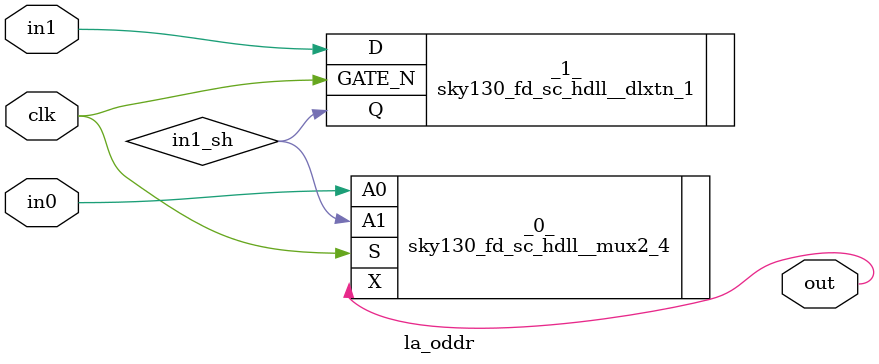
<source format=v>

/* Generated by Yosys 0.37 (git sha1 a5c7f69ed, clang 14.0.0-1ubuntu1.1 -fPIC -Os) */

module la_oddr(clk, in0, in1, out);
  input clk;
  wire clk;
  input in0;
  wire in0;
  input in1;
  wire in1;
  wire in1_sh;
  output out;
  wire out;
  sky130_fd_sc_hdll__mux2_4 _0_ (
    .A0(in0),
    .A1(in1_sh),
    .S(clk),
    .X(out)
  );
  sky130_fd_sc_hdll__dlxtn_1 _1_ (
    .D(in1),
    .GATE_N(clk),
    .Q(in1_sh)
  );
endmodule

</source>
